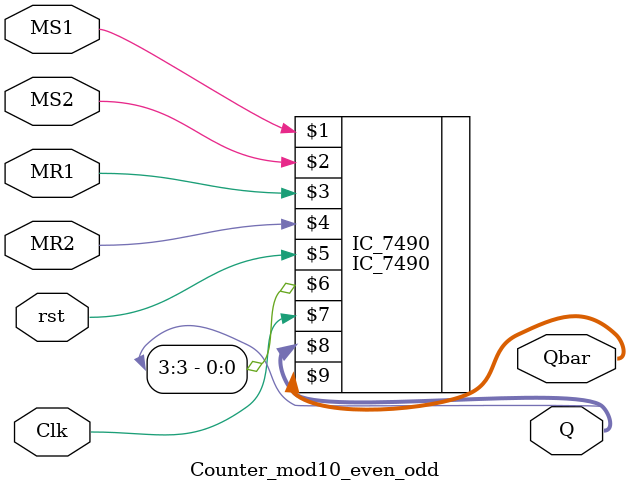
<source format=v>
module Counter_mod10_even_odd(input MS1,MS2,MR1,MR2,rst,Clk,
                    output [3:0] Q,Qbar);
					
					
	IC_7490 IC_7490(MS1,MS2,MR1,MR2,rst,Q[3],Clk,Q,Qbar);
	
endmodule
    
</source>
